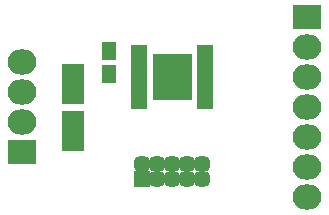
<source format=gts>
G04 #@! TF.FileFunction,Soldermask,Top*
%FSLAX46Y46*%
G04 Gerber Fmt 4.6, Leading zero omitted, Abs format (unit mm)*
G04 Created by KiCad (PCBNEW (2016-11-25 revision 30df041)-master) date Sun Nov 27 00:56:35 2016*
%MOMM*%
%LPD*%
G01*
G04 APERTURE LIST*
%ADD10C,0.100000*%
%ADD11R,1.901140X3.399740*%
%ADD12R,1.150000X1.600000*%
%ADD13O,2.432000X2.127200*%
%ADD14R,2.432000X2.127200*%
%ADD15R,1.450000X0.850000*%
%ADD16R,1.870000X1.295000*%
%ADD17C,1.450000*%
%ADD18R,1.450000X1.450000*%
G04 APERTURE END LIST*
D10*
D11*
X140208000Y-99601020D03*
X140208000Y-103598980D03*
D12*
X143256000Y-98740000D03*
X143256000Y-96840000D03*
D13*
X160020000Y-109220000D03*
X160020000Y-106680000D03*
X160020000Y-104140000D03*
X160020000Y-101600000D03*
X160020000Y-99060000D03*
X160020000Y-96520000D03*
D14*
X160020000Y-93980000D03*
X135890000Y-105410000D03*
D13*
X135890000Y-102870000D03*
X135890000Y-100330000D03*
X135890000Y-97790000D03*
D15*
X151365000Y-101335000D03*
X151365000Y-100685000D03*
X151365000Y-100035000D03*
X151365000Y-99385000D03*
X151365000Y-98735000D03*
X151365000Y-98085000D03*
X151365000Y-97435000D03*
X151365000Y-96785000D03*
X145815000Y-96785000D03*
X145815000Y-97435000D03*
X145815000Y-98085000D03*
X145815000Y-98735000D03*
X145815000Y-99385000D03*
X145815000Y-100035000D03*
X145815000Y-100685000D03*
X145815000Y-101335000D03*
D16*
X147855000Y-97717500D03*
X147855000Y-98612500D03*
X147855000Y-99507500D03*
X147855000Y-100402500D03*
X149325000Y-97717500D03*
X149325000Y-98612500D03*
X149325000Y-99507500D03*
X149325000Y-100402500D03*
D17*
X146050000Y-106426000D03*
X151130000Y-106426000D03*
X149860000Y-106426000D03*
X148590000Y-106426000D03*
X147320000Y-106426000D03*
X151130000Y-107696000D03*
X149860000Y-107696000D03*
X148590000Y-107696000D03*
X147320000Y-107696000D03*
D18*
X146050000Y-107696000D03*
M02*

</source>
